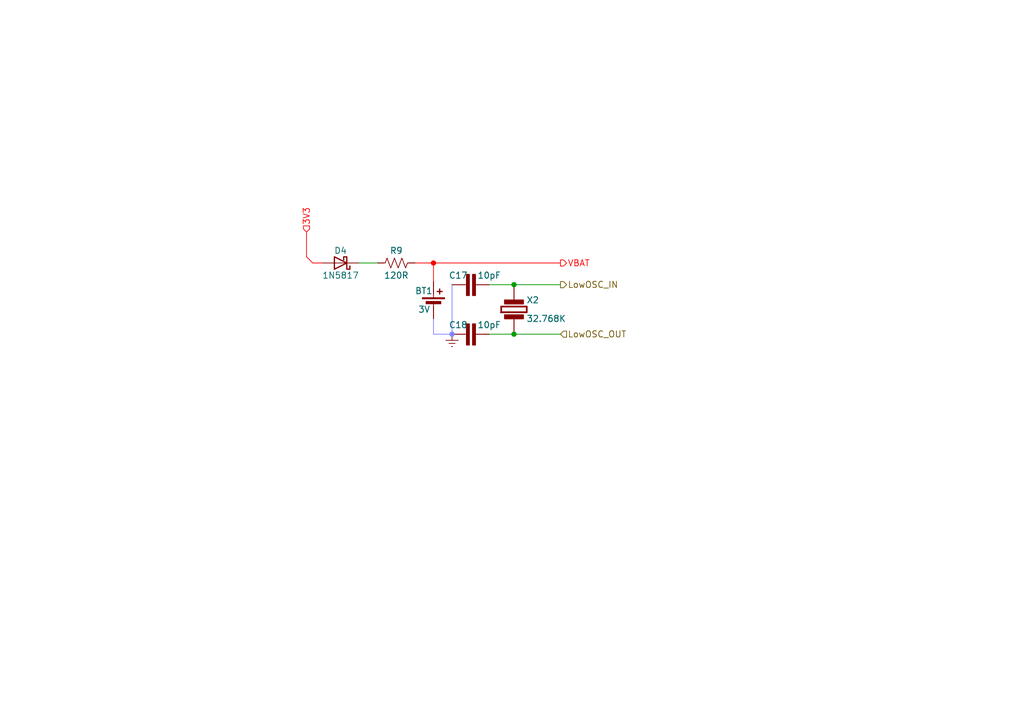
<source format=kicad_sch>
(kicad_sch (version 20231120) (generator "eeschema") (generator_version "8.0")
  (paper "A5")
  (title_block (title "VBAT OSC_32768") (date "2024-10-26") (company "Designer: Ginsakura"))
  (lib_symbols
    (symbol "Device:Battery_Cell" (pin_numbers hide) (pin_names (offset 0) hide)
      (property "Reference" "BT" (at 2.54 2.54 0))
      (property "Value" "Battery_Cell" (at 2.54 0 0))
      (symbol "Battery_Cell_0_1"
        (rectangle (start -2.286 1.778) (end 2.286 1.524) (fill (type outline)))
        (rectangle (start -1.524 1.016) (end 1.524 0.508) (fill (type outline)))
        (polyline (pts (xy 0 0.762) (xy 0 0)))
        (polyline (pts (xy 0 1.778) (xy 0 2.54)))
        (polyline (pts (xy 0.762 3.048) (xy 1.778 3.048)) (stroke (width 0.254)))
        (polyline (pts (xy 1.27 3.556) (xy 1.27 2.54)) (stroke (width 0.254)))
      )
      (symbol "Battery_Cell_1_1"
        (pin passive line (at 0 5.08 270) (length 2.54) (name "+") (number "1"))
        (pin passive line (at 0 -2.54 90) (length 2.54) (name "-") (number "2"))
      )
    )
    (symbol "Device:R_US" (pin_numbers hide) (pin_names (offset 0))
      (property "Reference" "R" (at 2.54 0 90))
      (property "Value" "R_US" (at -2.54 0 90))
      (symbol "R_US_0_1"
        (polyline (pts (xy 0 -2.286) (xy 0 -2.54)))
        (polyline (pts (xy 0 2.286) (xy 0 2.54)))
        (polyline (pts (xy 0 -0.762) (xy 1.016 -1.143) (xy 0 -1.524) (xy -1.016 -1.905) (xy 0 -2.286)))
        (polyline (pts (xy 0 0.762) (xy 1.016 0.381) (xy 0 0) (xy -1.016 -0.381) (xy 0 -0.762)))
        (polyline (pts (xy 0 2.286) (xy 1.016 1.905) (xy 0 1.524) (xy -1.016 1.143) (xy 0 0.762)))
      )
      (symbol "R_US_1_1"
        (pin passive line (at 0 3.81 270) (length 1.27) (name "~") (number "1"))
        (pin passive line (at 0 -3.81 90) (length 1.27) (name "~") (number "2"))
      )
    )
    (symbol "Diode:1N5817" (pin_numbers hide) (pin_names (offset 1.016) hide)
      (property "Reference" "D" (at 0 2.54 0))
      (property "Value" "1N5817" (at 0 -2.54 0))
      (symbol "1N5817_0_1"
        (polyline (pts (xy 1.27 0) (xy -1.27 0)))
        (polyline (pts (xy 1.27 1.27) (xy 1.27 -1.27) (xy -1.27 0) (xy 1.27 1.27)) (stroke (width 0.254)))
        (polyline (pts (xy -1.905 0.635) (xy -1.905 1.27) (xy -1.27 1.27) (xy -1.27 -1.27) (xy -0.635 -1.27) (xy -0.635 -0.635)) (stroke (width 0.254)))
      )
      (symbol "1N5817_1_1"
        (pin passive line (at -3.81 0 0) (length 2.54) (name "K") (number "1"))
        (pin passive line (at 3.81 0 180) (length 2.54) (name "A") (number "2"))
      )
    )
    (symbol "PCM_Elektuur:X-crystal" (pin_numbers hide) (pin_names (offset 0) hide)
      (property "Reference" "X" (at 0.635 3.175 0))
      (property "Value" "X-crystal" (at 0.635 -3.175 0))
      (property "Sim.Params" "C" (at -2.54 3.175 0))
      (symbol "X-crystal_1_1"
        (rectangle (start -1.905 -1.143) (end 1.905 -1.905) (stroke (width 0.254)) (fill (type outline)))
        (rectangle (start -1.905 1.905) (end 1.905 1.143) (stroke (width 0.254)) (fill (type outline)))
        (polyline (pts (xy -2.667 -0.635) (xy 2.667 -0.635) (xy 2.667 0.635) (xy -2.667 0.635) (xy -2.667 -0.635) (xy -2.5654 -0.5334) (xy -2.5654 0.5334) (xy 2.5654 0.5334) (xy 2.5654 -0.5334) (xy -2.5654 -0.5334) (xy -2.667 -0.635)) (stroke (width 0.254)) (fill (type outline)))
        (pin passive line (at 0 5.08 270) (length 3.175) (name "+") (number "1"))
        (pin passive line (at 0 -5.08 90) (length 3.175) (name "-") (number "2"))
      )
      (symbol "X-crystal_1_2"
        (rectangle (start -1.1938 -1.2954) (end 1.1938 -1.7526) (stroke (width 0.254)) (fill (type outline)))
        (rectangle (start -1.1938 1.7526) (end 1.1938 1.2954) (stroke (width 0.254)) (fill (type outline)))
        (polyline (pts (xy -1.905 -0.5334) (xy 1.905 -0.5334) (xy 1.905 0.5334) (xy -1.905 0.5334) (xy -1.905 -0.5334) (xy -1.8034 -0.4318) (xy -1.8034 0.4318) (xy 1.8034 0.4318) (xy 1.8034 -0.4318) (xy -1.8034 -0.4318) (xy -1.905 -0.5334)) (stroke (width 0.254)) (fill (type outline)))
        (pin passive line (at 0 5.08 270) (length 3.3274) (name "+") (number "1"))
        (pin passive line (at 0 -5.08 90) (length 3.3274) (name "-") (number "2"))
      )
    )
    (symbol "PCM_Nuova-Elettronica-Capacitors:Capacitor" (pin_numbers hide)
      (property "Reference" "C" (at 0 4.826 0))
      (symbol "Capacitor_0_1"
        (polyline (pts (xy 1.375 0) (xy 0.75 0)))
      )
      (symbol "Capacitor_1_1"
        (rectangle (start -0.875 2.125) (end -0.24 -2.25) (fill (type outline)))
        (polyline (pts (xy -1.27 0) (xy -1.016 0)))
        (rectangle (start 0.375 2.125) (end 1.01 -2.25) (fill (type outline)))
        (pin passive line (at -3.81 0 0) (length 2.54) (name "~") (number "1"))
        (pin passive line (at 3.81 0 180) (length 2.54) (name "~") (number "1"))
      )
    )
    (symbol "power:Earth" (power) (pin_numbers hide) (pin_names (offset 0) hide)
      (property "Value" "Earth" (at 0 -3.81 0))
      (symbol "Earth_0_1"
        (polyline (pts (xy -0.635 -1.905) (xy 0.635 -1.905)))
        (polyline (pts (xy -0.127 -2.54) (xy 0.127 -2.54)))
        (polyline (pts (xy 0 -1.27) (xy 0 0)))
        (polyline (pts (xy 1.27 -1.27) (xy -1.27 -1.27)))
      )
      (symbol "Earth_1_1"
        (pin power_in line (at 0 0 270) (length 0) (name "~") (number "1"))
      )
    )
  )
  (junction (at 88.9 53.975) (color 251 0 0 1))
  (junction (at 92.71 68.58) (color 127 127 255 1))
  (junction (at 105.41 58.42))
  (junction (at 105.41 68.58))
  (wire (pts (xy 62.865 52.705) (xy 64.135 53.975)) (stroke (width 0) (color 251 0 0 1)))
  (wire (pts (xy 88.9 53.975) (xy 88.9 57.785)) (stroke (width 0) (color 251 0 0 1)))
  (wire (pts (xy 85.09 53.975) (xy 88.9 53.975)) (stroke (width 0) (color 251 0 0 1)))
  (wire (pts (xy 105.41 68.58) (xy 114.935 68.58)))
  (wire (pts (xy 64.135 53.975) (xy 66.04 53.975)) (stroke (width 0) (color 251 0 0 1)))
  (wire (pts (xy 88.9 68.58) (xy 92.71 68.58)) (stroke (width 0) (color 127 127 255 1)))
  (wire (pts (xy 88.9 65.405) (xy 88.9 68.58)) (stroke (width 0) (color 127 127 255 1)))
  (wire (pts (xy 92.71 58.42) (xy 92.71 68.58)) (stroke (width 0) (color 127 127 255 1)))
  (wire (pts (xy 88.9 53.975) (xy 114.935 53.975)) (stroke (width 0) (color 251 0 0 1)))
  (wire (pts (xy 73.66 53.975) (xy 77.47 53.975)))
  (wire (pts (xy 100.33 68.58) (xy 105.41 68.58)))
  (wire (pts (xy 100.33 58.42) (xy 105.41 58.42)))
  (wire (pts (xy 105.41 58.42) (xy 114.935 58.42)))
  (wire (pts (xy 62.865 47.625) (xy 62.865 52.705)) (stroke (width 0) (color 251 0 0 1)))
  (hierarchical_label "LowOSC_OUT" (shape input) (at 114.935 68.58 0))
  (hierarchical_label "VBAT" (shape output) (at 114.935 53.975 0))
  (hierarchical_label "3V3" (shape input) (at 62.865 47.625 90))
  (hierarchical_label "LowOSC_IN" (shape output) (at 114.935 58.42 0))
  (symbol (lib_id "Device:R_US") (at 81.28 53.975 270) (unit 1)
    (property "Reference" "R9" (at 81.28 51.435 90))
    (property "Value" "120R" (at 81.28 56.515 90))
    (property "Footprint" "Resistor_SMD:R_0805_2012Metric" (effects (hide yes)))
    (property "Description" "Resistor, US symbol" (effects (hide yes)))
  )
  (symbol (lib_id "Device:Battery_Cell") (at 88.9 62.865 0) (unit 1)
    (property "Reference" "BT1" (at 85.09 59.69 0) (effects (justify left)))
    (property "Value" "3V" (at 85.725 63.5 0) (effects (justify left)))
    (property "Footprint" "Ginsakura's FootPrints Library:BatteryHolder_SMD_XDCR1220-2ZX" (effects (hide yes)))
    (property "Description" "Single-cell battery" (effects (hide yes)))
  )
  (symbol (lib_id "power:Earth") (at 92.71 68.58 0) (unit 1)
    (property "Reference" "#PWR09" (effects (hide yes)))
    (property "Value" "Earth" (effects (hide yes)))
    (property "Description" "Power symbol creates a global label with name \"Earth\"" (effects (hide yes)))
  )
  (symbol (lib_id "Diode:1N5817") (at 69.85 53.975 180) (unit 1)
    (property "Reference" "D4" (at 69.85 51.435 0))
    (property "Value" "1N5817" (at 69.85 56.515 0))
    (property "Footprint" "Diodes:DO-214AC" (effects (hide yes)))
    (property "Datasheet" "http://www.vishay.com/docs/88525/1n5817.pdf" (effects (hide yes)))
    (property "Description" "20V 1A Schottky Barrier Rectifier Diode, DO-41" (effects (hide yes)))
  )
  (symbol (lib_id "PCM_Elektuur:X-crystal") (at 105.41 63.5 0) (unit 1)
    (property "Reference" "X2" (at 107.95 61.595 0) (effects (justify left)))
    (property "Value" "32.768K" (at 107.95 65.405 0) (effects (justify left)))
    (property "Footprint" "Crystal:Crystal_DS15_D1.5mm_L5.0mm_Horizontal" (effects (hide yes)))
    (property "Description" "piezoelectric crystal; xtal" (effects (hide yes)))
    (property "Field-1" "SPICE" (effects (hide yes)))
    (property "Indicator" "+" (effects (hide yes)))
    (property "Rating" "±ppm" (effects (hide yes)))
  )
  (symbol (lib_id "PCM_Nuova-Elettronica-Capacitors:Capacitor") (at 96.52 68.58 0) (unit 1)
    (property "Reference" "C18" (at 93.98 66.675 0))
    (property "Value" "10pF" (at 100.33 66.675 0))
    (property "Footprint" "Capacitor_SMD:C_0603_1608Metric" (effects (hide yes)))
  )
  (symbol (lib_id "PCM_Nuova-Elettronica-Capacitors:Capacitor") (at 96.52 58.42 0) (unit 1)
    (property "Reference" "C17" (at 93.98 56.515 0))
    (property "Value" "10pF" (at 100.33 56.515 0))
    (property "Footprint" "Capacitor_SMD:C_0603_1608Metric" (effects (hide yes)))
  )
)
</source>
